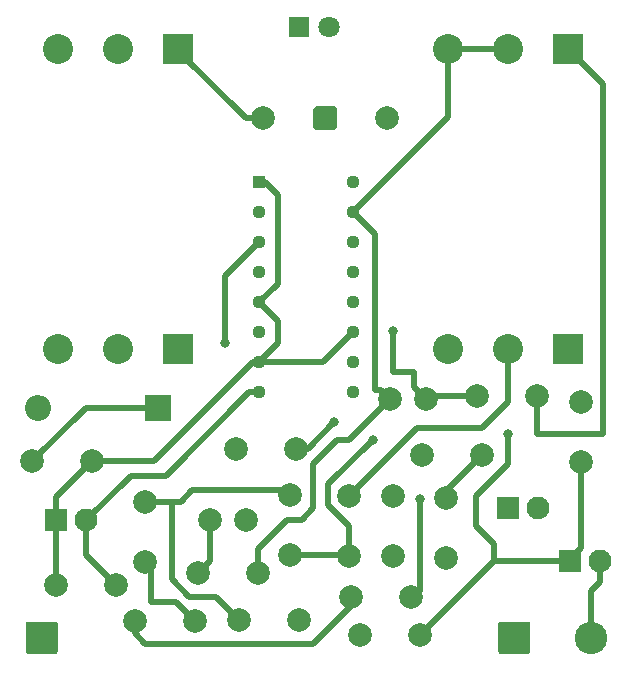
<source format=gtl>
%TF.GenerationSoftware,KiCad,Pcbnew,(5.1.6)-1*%
%TF.CreationDate,2021-04-19T00:14:33-04:00*%
%TF.ProjectId,fafnir-v2,6661666e-6972-42d7-9632-2e6b69636164,rev?*%
%TF.SameCoordinates,Original*%
%TF.FileFunction,Copper,L1,Top*%
%TF.FilePolarity,Positive*%
%FSLAX46Y46*%
G04 Gerber Fmt 4.6, Leading zero omitted, Abs format (unit mm)*
G04 Created by KiCad (PCBNEW (5.1.6)-1) date 2021-04-19 00:14:33*
%MOMM*%
%LPD*%
G01*
G04 APERTURE LIST*
%TA.AperFunction,ComponentPad*%
%ADD10C,2.540000*%
%TD*%
%TA.AperFunction,ComponentPad*%
%ADD11R,2.540000X2.540000*%
%TD*%
%TA.AperFunction,ComponentPad*%
%ADD12C,2.000000*%
%TD*%
%TA.AperFunction,ComponentPad*%
%ADD13C,1.800000*%
%TD*%
%TA.AperFunction,ComponentPad*%
%ADD14R,1.800000X1.800000*%
%TD*%
%TA.AperFunction,ComponentPad*%
%ADD15C,2.750000*%
%TD*%
%TA.AperFunction,ComponentPad*%
%ADD16R,1.130000X1.130000*%
%TD*%
%TA.AperFunction,ComponentPad*%
%ADD17C,1.130000*%
%TD*%
%TA.AperFunction,ComponentPad*%
%ADD18R,2.200000X2.200000*%
%TD*%
%TA.AperFunction,ComponentPad*%
%ADD19O,2.200000X2.200000*%
%TD*%
%TA.AperFunction,ComponentPad*%
%ADD20R,1.930400X1.930400*%
%TD*%
%TA.AperFunction,ComponentPad*%
%ADD21C,1.930400*%
%TD*%
%TA.AperFunction,ViaPad*%
%ADD22C,0.800000*%
%TD*%
%TA.AperFunction,Conductor*%
%ADD23C,0.550000*%
%TD*%
G04 APERTURE END LIST*
D10*
X59620000Y-52100000D03*
X64700000Y-52100000D03*
D11*
X69780000Y-52100000D03*
D10*
X26620000Y-52100000D03*
X31700000Y-52100000D03*
D11*
X36780000Y-52100000D03*
X69780000Y-77500000D03*
D10*
X64700000Y-77500000D03*
X59620000Y-77500000D03*
X26620000Y-77500000D03*
X31700000Y-77500000D03*
D11*
X36780000Y-77500000D03*
D12*
X44000000Y-58000000D03*
D13*
X49540000Y-50250000D03*
D14*
X47000000Y-50250000D03*
%TA.AperFunction,ComponentPad*%
G36*
G01*
X63875000Y-103124750D02*
X63875000Y-100875250D01*
G75*
G02*
X64125250Y-100625000I250250J0D01*
G01*
X66374750Y-100625000D01*
G75*
G02*
X66625000Y-100875250I0J-250250D01*
G01*
X66625000Y-103124750D01*
G75*
G02*
X66374750Y-103375000I-250250J0D01*
G01*
X64125250Y-103375000D01*
G75*
G02*
X63875000Y-103124750I0J250250D01*
G01*
G37*
%TD.AperFunction*%
%TA.AperFunction,ComponentPad*%
G36*
G01*
X23875000Y-103124750D02*
X23875000Y-100875250D01*
G75*
G02*
X24125250Y-100625000I250250J0D01*
G01*
X26374750Y-100625000D01*
G75*
G02*
X26625000Y-100875250I0J-250250D01*
G01*
X26625000Y-103124750D01*
G75*
G02*
X26374750Y-103375000I-250250J0D01*
G01*
X24125250Y-103375000D01*
G75*
G02*
X23875000Y-103124750I0J250250D01*
G01*
G37*
%TD.AperFunction*%
D15*
X71750000Y-102000000D03*
D12*
X54500000Y-58000000D03*
%TA.AperFunction,ComponentPad*%
G36*
G01*
X50250000Y-57182000D02*
X50250000Y-58818000D01*
G75*
G02*
X50068000Y-59000000I-182000J0D01*
G01*
X48432000Y-59000000D01*
G75*
G02*
X48250000Y-58818000I0J182000D01*
G01*
X48250000Y-57182000D01*
G75*
G02*
X48432000Y-57000000I182000J0D01*
G01*
X50068000Y-57000000D01*
G75*
G02*
X50250000Y-57182000I0J-182000D01*
G01*
G37*
%TD.AperFunction*%
X51300000Y-95040000D03*
X51300000Y-89960000D03*
X52210000Y-101750000D03*
X57290000Y-101750000D03*
X46250000Y-89860000D03*
X46250000Y-94940000D03*
X38200000Y-100600000D03*
X33120000Y-100600000D03*
X55000000Y-89960000D03*
X55000000Y-95040000D03*
X59500000Y-95250000D03*
X59500000Y-90170000D03*
X62120000Y-81500000D03*
X67200000Y-81500000D03*
X24460000Y-87000000D03*
X29540000Y-87000000D03*
X41710000Y-86000000D03*
X46790000Y-86000000D03*
D16*
X43660000Y-63400000D03*
D17*
X43660000Y-65940000D03*
X43660000Y-68480000D03*
X43660000Y-71020000D03*
X43660000Y-73560000D03*
X43660000Y-76100000D03*
X43660000Y-78640000D03*
X43660000Y-81180000D03*
X51600000Y-81180000D03*
X51600000Y-78640000D03*
X51600000Y-76100000D03*
X51600000Y-73560000D03*
X51600000Y-71020000D03*
X51600000Y-68480000D03*
X51600000Y-65940000D03*
X51600000Y-63400000D03*
D18*
X35060000Y-82500000D03*
D19*
X24900000Y-82500000D03*
D20*
X69980000Y-95500000D03*
D21*
X72520000Y-95500000D03*
D12*
X70900000Y-82000000D03*
X70900000Y-87080000D03*
X51460000Y-98500000D03*
X56540000Y-98500000D03*
X47040000Y-100500000D03*
X41960000Y-100500000D03*
X34000000Y-90460000D03*
X34000000Y-95540000D03*
D20*
X64730000Y-91000000D03*
D21*
X67270000Y-91000000D03*
D12*
X57460000Y-86500000D03*
X62540000Y-86500000D03*
X54750000Y-81750000D03*
X57750000Y-81750000D03*
X26460000Y-97500000D03*
X31540000Y-97500000D03*
X38460000Y-96500000D03*
X43540000Y-96500000D03*
D20*
X26480000Y-92000000D03*
D21*
X29020000Y-92000000D03*
D12*
X42500000Y-92000000D03*
X39500000Y-92000000D03*
D22*
X50000000Y-83750000D03*
X57250000Y-90250000D03*
X40750000Y-77000000D03*
X55000000Y-76000000D03*
X64750000Y-84750000D03*
X53250000Y-85250000D03*
D23*
X37040000Y-90460000D02*
X38000000Y-89500000D01*
X36290000Y-97040000D02*
X36290000Y-90460000D01*
X36290000Y-90460000D02*
X37040000Y-90460000D01*
X41960000Y-100500000D02*
X39960000Y-98500000D01*
X39960000Y-98500000D02*
X37750000Y-98500000D01*
X34000000Y-90460000D02*
X36290000Y-90460000D01*
X37750000Y-98500000D02*
X36290000Y-97040000D01*
X45890000Y-89500000D02*
X46250000Y-89860000D01*
X38000000Y-89500000D02*
X45890000Y-89500000D01*
X38200000Y-100600000D02*
X36600000Y-99000000D01*
X36600000Y-99000000D02*
X34500000Y-99000000D01*
X34500000Y-96040000D02*
X34000000Y-95540000D01*
X34500000Y-99000000D02*
X34500000Y-96040000D01*
X46790000Y-86000000D02*
X47750000Y-86000000D01*
X47750000Y-86000000D02*
X50000000Y-83750000D01*
X39500000Y-95460000D02*
X38460000Y-96500000D01*
X39500000Y-92000000D02*
X39500000Y-95460000D01*
X40750000Y-71390000D02*
X43660000Y-68480000D01*
X40750000Y-77000000D02*
X40750000Y-71390000D01*
X29540000Y-87000000D02*
X34750000Y-87000000D01*
X43110000Y-78640000D02*
X43660000Y-78640000D01*
X34750000Y-87000000D02*
X43110000Y-78640000D01*
X49060000Y-78640000D02*
X51600000Y-76100000D01*
X43660000Y-78640000D02*
X49060000Y-78640000D01*
X43660000Y-78640000D02*
X45250000Y-77050000D01*
X45250000Y-75150000D02*
X43660000Y-73560000D01*
X45250000Y-77050000D02*
X45250000Y-75150000D01*
X43660000Y-73560000D02*
X45220000Y-72000000D01*
X45220000Y-72000000D02*
X45220000Y-64470000D01*
X44150000Y-63400000D02*
X43660000Y-63400000D01*
X45220000Y-64470000D02*
X44150000Y-63400000D01*
X26480000Y-90060000D02*
X29540000Y-87000000D01*
X26480000Y-92000000D02*
X26480000Y-90060000D01*
X26480000Y-97480000D02*
X26460000Y-97500000D01*
X26480000Y-92000000D02*
X26480000Y-97480000D01*
X29020000Y-94980000D02*
X31540000Y-97500000D01*
X29020000Y-92000000D02*
X29020000Y-94980000D01*
X29020000Y-92000000D02*
X32770000Y-88250000D01*
X32770000Y-88250000D02*
X35750000Y-88250000D01*
X42820000Y-81180000D02*
X43660000Y-81180000D01*
X35750000Y-88250000D02*
X42820000Y-81180000D01*
X44000000Y-58000000D02*
X42500000Y-58000000D01*
X36780000Y-52280000D02*
X36780000Y-52100000D01*
X42500000Y-58000000D02*
X36780000Y-52280000D01*
X53500000Y-67840000D02*
X51600000Y-65940000D01*
X53500000Y-81000000D02*
X53500000Y-67840000D01*
X59620000Y-57920000D02*
X59620000Y-52100000D01*
X51600000Y-65940000D02*
X59620000Y-57920000D01*
X59620000Y-52100000D02*
X64700000Y-52100000D01*
X50250000Y-85250000D02*
X51250000Y-85250000D01*
X48250000Y-87250000D02*
X50250000Y-85250000D01*
X47250000Y-92000000D02*
X48250000Y-91000000D01*
X51250000Y-85250000D02*
X54750000Y-81750000D01*
X43540000Y-94460000D02*
X46000000Y-92000000D01*
X43540000Y-96500000D02*
X43540000Y-94460000D01*
X46000000Y-92000000D02*
X47250000Y-92000000D01*
X48250000Y-91000000D02*
X48250000Y-87250000D01*
X54000000Y-81000000D02*
X54750000Y-81750000D01*
X53500000Y-81000000D02*
X54000000Y-81000000D01*
X61620000Y-82000000D02*
X62120000Y-81500000D01*
X55000000Y-79500000D02*
X55000000Y-76000000D01*
X55000000Y-76000000D02*
X55000000Y-76000000D01*
X58000000Y-81500000D02*
X57750000Y-81750000D01*
X62120000Y-81500000D02*
X58000000Y-81500000D01*
X55000000Y-79500000D02*
X56750000Y-79500000D01*
X56750001Y-80750001D02*
X57750000Y-81750000D01*
X56750000Y-79500000D02*
X56750001Y-80750001D01*
X59500000Y-89540000D02*
X62540000Y-86500000D01*
X59500000Y-90170000D02*
X59500000Y-89540000D01*
X51460000Y-99290000D02*
X51460000Y-98500000D01*
X48250000Y-102500000D02*
X51460000Y-99290000D01*
X34000000Y-102500000D02*
X48250000Y-102500000D01*
X33120000Y-100600000D02*
X33120000Y-101620000D01*
X33120000Y-101620000D02*
X34000000Y-102500000D01*
X56540000Y-98500000D02*
X56750000Y-98500000D01*
X57250000Y-98000000D02*
X57250000Y-90250000D01*
X56750000Y-98500000D02*
X57250000Y-98000000D01*
X63540000Y-95500000D02*
X69980000Y-95500000D01*
X57290000Y-101750000D02*
X63540000Y-95500000D01*
X69980000Y-95500000D02*
X69980000Y-95270000D01*
X70900000Y-94350000D02*
X70900000Y-87080000D01*
X69980000Y-95270000D02*
X70900000Y-94350000D01*
X63540000Y-95500000D02*
X63540000Y-94040000D01*
X63540000Y-94040000D02*
X62000000Y-92500000D01*
X62000000Y-92500000D02*
X62000000Y-90000000D01*
X62000000Y-90000000D02*
X64750000Y-87250000D01*
X64750000Y-87250000D02*
X64750000Y-87250000D01*
X64750000Y-87250000D02*
X64750000Y-84750000D01*
X28960000Y-82500000D02*
X24460000Y-87000000D01*
X35060000Y-82500000D02*
X28960000Y-82500000D01*
X72750000Y-84750000D02*
X72750000Y-55070000D01*
X72750000Y-55070000D02*
X69780000Y-52100000D01*
X67250000Y-84750000D02*
X72750000Y-84750000D01*
X67200000Y-81500000D02*
X67200000Y-84700000D01*
X67200000Y-84700000D02*
X67250000Y-84750000D01*
X51200000Y-94940000D02*
X51300000Y-95040000D01*
X47000000Y-94940000D02*
X51200000Y-94940000D01*
X49500000Y-90750000D02*
X49500000Y-89000000D01*
X51300000Y-95040000D02*
X51300000Y-92550000D01*
X49500000Y-89000000D02*
X53250000Y-85250000D01*
X51300000Y-92550000D02*
X49500000Y-90750000D01*
X64700000Y-82050000D02*
X64700000Y-77500000D01*
X62500000Y-84250000D02*
X64700000Y-82050000D01*
X51300000Y-89960000D02*
X57010000Y-84250000D01*
X57010000Y-84250000D02*
X62500000Y-84250000D01*
X71750000Y-102000000D02*
X71750000Y-98000000D01*
X72520000Y-97230000D02*
X72520000Y-95500000D01*
X71750000Y-98000000D02*
X72520000Y-97230000D01*
M02*

</source>
